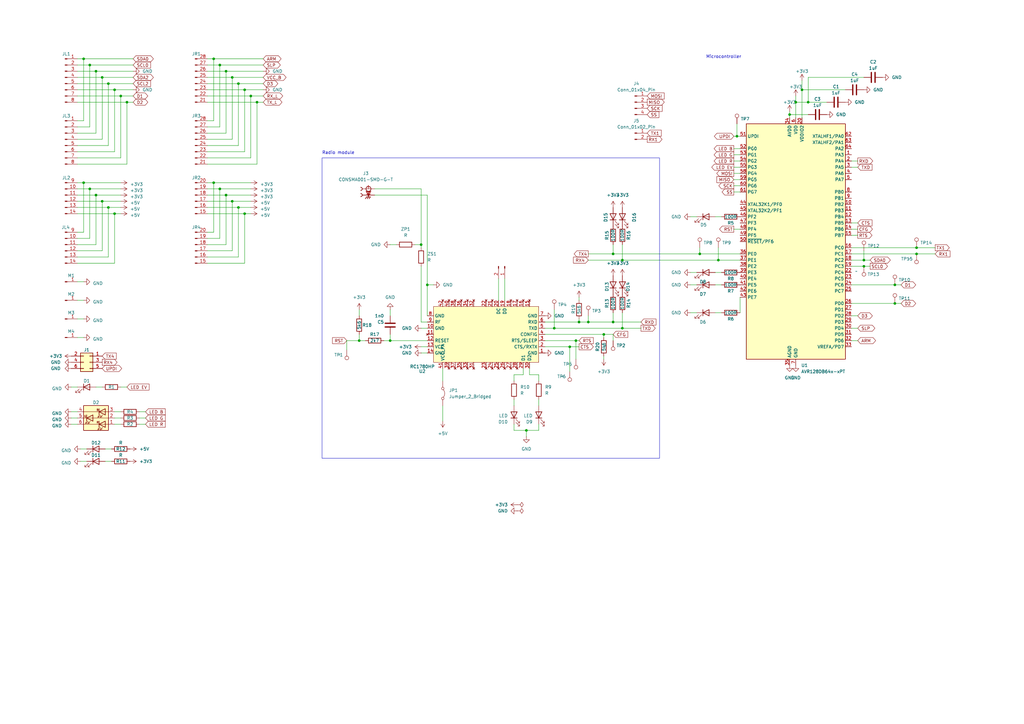
<source format=kicad_sch>
(kicad_sch (version 20231120) (generator "eeschema") (generator_version "8.0")
  (paper "A3")
  (junction (at 105.41 41.91))
  (junction (at 36.83 77.47))
  (junction (at 44.45 85.09))
  (junction (at 227.33 134.62))
  (junction (at 34.29 74.93))
  (junction (at 44.45 34.29))
  (junction (at 237.49 132.08))
  (junction (at 95.25 31.75))
  (junction (at 147.32 139.7))
  (junction (at 354.33 109.22))
  (junction (at 87.63 24.13))
  (junction (at 331.47 41.91))
  (junction (at 92.71 80.01))
  (junction (at 302.26 55.88))
  (junction (at 354.33 106.68))
  (junction (at 100.33 36.83))
  (junction (at 175.26 116.84))
  (junction (at 41.91 31.75))
  (junction (at 90.17 77.47))
  (junction (at 172.72 100.33))
  (junction (at 247.65 137.16))
  (junction (at 367.03 124.46))
  (junction (at 287.02 104.14))
  (junction (at 233.68 142.24))
  (junction (at 328.93 36.83))
  (junction (at 36.83 26.67))
  (junction (at 160.02 139.7))
  (junction (at 34.29 24.13))
  (junction (at 97.79 34.29))
  (junction (at 251.46 104.14))
  (junction (at 39.37 80.01))
  (junction (at 241.3 132.08))
  (junction (at 375.92 104.14))
  (junction (at 97.79 85.09))
  (junction (at 46.99 87.63))
  (junction (at 255.27 106.68))
  (junction (at 326.39 41.91))
  (junction (at 294.64 106.68))
  (junction (at 102.87 39.37))
  (junction (at 100.33 87.63))
  (junction (at 49.53 39.37))
  (junction (at 251.46 132.08))
  (junction (at 46.99 36.83))
  (junction (at 367.03 116.84))
  (junction (at 95.25 82.55))
  (junction (at 41.91 82.55))
  (junction (at 236.22 139.7))
  (junction (at 375.92 101.6))
  (junction (at 39.37 29.21))
  (junction (at 215.9 176.53))
  (junction (at 255.27 134.62))
  (junction (at 92.71 29.21))
  (junction (at 323.85 46.99))
  (junction (at 87.63 74.93))
  (junction (at 90.17 26.67))
  (junction (at 52.07 41.91))
  (wire (pts (xy 85.09 64.77) (xy 102.87 64.77)))
  (wire (pts (xy 160.02 100.33) (xy 162.56 100.33)))
  (wire (pts (xy 302.26 55.88) (xy 303.53 55.88)))
  (wire (pts (xy 31.75 64.77) (xy 49.53 64.77)))
  (wire (pts (xy 175.26 134.62) (xy 172.72 134.62)))
  (wire (pts (xy 177.8 116.84) (xy 175.26 116.84)))
  (wire (pts (xy 215.9 176.53) (xy 210.82 176.53)))
  (wire (pts (xy 31.75 52.07) (xy 36.83 52.07)))
  (wire (pts (xy 85.09 62.23) (xy 100.33 62.23)))
  (wire (pts (xy 283.21 128.27) (xy 285.75 128.27)))
  (wire (pts (xy 354.33 109.22) (xy 356.87 109.22)))
  (wire (pts (xy 328.93 36.83) (xy 346.71 36.83)))
  (wire (pts (xy 34.29 24.13) (xy 34.29 49.53)))
  (wire (pts (xy 349.25 106.68) (xy 354.33 106.68)))
  (wire (pts (xy 46.99 87.63) (xy 31.75 87.63)))
  (wire (pts (xy 300.99 93.98) (xy 303.53 93.98)))
  (wire (pts (xy 39.37 158.75) (xy 41.91 158.75)))
  (wire (pts (xy 90.17 52.07) (xy 90.17 26.67)))
  (wire (pts (xy 107.95 29.21) (xy 92.71 29.21)))
  (wire (pts (xy 31.75 67.31) (xy 52.07 67.31)))
  (wire (pts (xy 160.02 139.7) (xy 157.48 139.7)))
  (wire (pts (xy 328.93 36.83) (xy 328.93 48.26)))
  (wire (pts (xy 44.45 34.29) (xy 31.75 34.29)))
  (wire (pts (xy 87.63 74.93) (xy 85.09 74.93)))
  (wire (pts (xy 102.87 82.55) (xy 95.25 82.55)))
  (wire (pts (xy 31.75 95.25) (xy 34.29 95.25)))
  (wire (pts (xy 46.99 62.23) (xy 46.99 36.83)))
  (wire (pts (xy 349.25 93.98) (xy 351.79 93.98)))
  (wire (pts (xy 303.53 121.92) (xy 303.53 128.27)))
  (wire (pts (xy 175.26 142.24) (xy 172.72 142.24)))
  (wire (pts (xy 90.17 97.79) (xy 90.17 77.47)))
  (wire (pts (xy 300.99 73.66) (xy 303.53 73.66)))
  (wire (pts (xy 54.61 31.75) (xy 41.91 31.75)))
  (wire (pts (xy 326.39 41.91) (xy 326.39 48.26)))
  (wire (pts (xy 107.95 34.29) (xy 97.79 34.29)))
  (wire (pts (xy 102.87 39.37) (xy 85.09 39.37)))
  (wire (pts (xy 92.71 80.01) (xy 85.09 80.01)))
  (wire (pts (xy 31.75 59.69) (xy 44.45 59.69)))
  (wire (pts (xy 107.95 36.83) (xy 100.33 36.83)))
  (wire (pts (xy 223.52 134.62) (xy 227.33 134.62)))
  (wire (pts (xy 147.32 137.16) (xy 147.32 139.7)))
  (wire (pts (xy 41.91 57.15) (xy 41.91 31.75)))
  (wire (pts (xy 172.72 77.47) (xy 172.72 100.33)))
  (wire (pts (xy 153.67 80.01) (xy 175.26 80.01)))
  (wire (pts (xy 92.71 54.61) (xy 92.71 29.21)))
  (wire (pts (xy 102.87 80.01) (xy 92.71 80.01)))
  (wire (pts (xy 349.25 101.6) (xy 375.92 101.6)))
  (wire (pts (xy 36.83 52.07) (xy 36.83 26.67)))
  (wire (pts (xy 85.09 100.33) (xy 92.71 100.33)))
  (wire (pts (xy 293.37 88.9) (xy 295.91 88.9)))
  (wire (pts (xy 54.61 36.83) (xy 46.99 36.83)))
  (wire (pts (xy 300.99 68.58) (xy 303.53 68.58)))
  (wire (pts (xy 142.24 139.7) (xy 142.24 143.51)))
  (wire (pts (xy 220.98 153.67) (xy 217.17 153.67)))
  (wire (pts (xy 90.17 77.47) (xy 85.09 77.47)))
  (wire (pts (xy 237.49 139.7) (xy 236.22 139.7)))
  (wire (pts (xy 247.65 138.43) (xy 247.65 137.16)))
  (wire (pts (xy 181.61 166.4558) (xy 181.61 172.72)))
  (wire (pts (xy 251.46 137.16) (xy 251.46 139.7)))
  (wire (pts (xy 57.15 168.91) (xy 59.69 168.91)))
  (wire (pts (xy 49.53 158.75) (xy 52.07 158.75)))
  (wire (pts (xy 31.75 100.33) (xy 39.37 100.33)))
  (wire (pts (xy 41.91 102.87) (xy 41.91 82.55)))
  (wire (pts (xy 29.21 173.99) (xy 31.75 173.99)))
  (wire (pts (xy 294.64 101.6) (xy 294.64 106.68)))
  (wire (pts (xy 54.61 34.29) (xy 44.45 34.29)))
  (wire (pts (xy 105.41 67.31) (xy 105.41 41.91)))
  (wire (pts (xy 85.09 102.87) (xy 95.25 102.87)))
  (wire (pts (xy 46.99 168.91) (xy 49.53 168.91)))
  (wire (pts (xy 49.53 80.01) (xy 39.37 80.01)))
  (wire (pts (xy 233.68 142.24) (xy 223.52 142.24)))
  (wire (pts (xy 36.83 97.79) (xy 36.83 77.47)))
  (wire (pts (xy 204.47 123.19) (xy 204.47 114.3)))
  (wire (pts (xy 52.07 67.31) (xy 52.07 41.91)))
  (wire (pts (xy 31.75 105.41) (xy 44.45 105.41)))
  (wire (pts (xy 87.63 24.13) (xy 87.63 49.53)))
  (wire (pts (xy 107.95 39.37) (xy 102.87 39.37)))
  (wire (pts (xy 36.83 77.47) (xy 31.75 77.47)))
  (wire (pts (xy 57.15 171.45) (xy 59.69 171.45)))
  (wire (pts (xy 251.46 132.08) (xy 241.3 132.08)))
  (wire (pts (xy 237.49 132.08) (xy 223.52 132.08)))
  (wire (pts (xy 283.21 88.9) (xy 285.75 88.9)))
  (wire (pts (xy 293.37 116.84) (xy 295.91 116.84)))
  (wire (pts (xy 95.25 102.87) (xy 95.25 82.55)))
  (wire (pts (xy 172.72 109.22) (xy 172.72 132.08)))
  (wire (pts (xy 44.45 105.41) (xy 44.45 85.09)))
  (wire (pts (xy 49.53 64.77) (xy 49.53 39.37)))
  (wire (pts (xy 237.49 121.92) (xy 237.49 123.19)))
  (wire (pts (xy 44.45 85.09) (xy 31.75 85.09)))
  (wire (pts (xy 97.79 85.09) (xy 85.09 85.09)))
  (wire (pts (xy 175.26 116.84) (xy 175.26 80.01)))
  (wire (pts (xy 349.25 134.62) (xy 351.79 134.62)))
  (wire (pts (xy 233.68 142.24) (xy 233.68 152.4)))
  (wire (pts (xy 293.37 128.27) (xy 295.91 128.27)))
  (wire (pts (xy 49.53 85.09) (xy 44.45 85.09)))
  (wire (pts (xy 149.86 139.7) (xy 147.32 139.7)))
  (wire (pts (xy 302.26 50.8) (xy 302.26 55.88)))
  (wire (pts (xy 349.25 139.7) (xy 351.79 139.7)))
  (wire (pts (xy 85.09 67.31) (xy 105.41 67.31)))
  (wire (pts (xy 349.25 116.84) (xy 367.03 116.84)))
  (wire (pts (xy 31.75 97.79) (xy 36.83 97.79)))
  (wire (pts (xy 227.33 127) (xy 227.33 134.62)))
  (wire (pts (xy 181.61 151.13) (xy 181.61 156.2958)))
  (wire (pts (xy 54.61 29.21) (xy 39.37 29.21)))
  (wire (pts (xy 223.52 137.16) (xy 247.65 137.16)))
  (wire (pts (xy 367.03 116.84) (xy 369.57 116.84)))
  (wire (pts (xy 349.25 91.44) (xy 351.79 91.44)))
  (wire (pts (xy 31.75 54.61) (xy 39.37 54.61)))
  (wire (pts (xy 107.95 24.13) (xy 87.63 24.13)))
  (wire (pts (xy 300.99 66.04) (xy 303.53 66.04)))
  (wire (pts (xy 367.03 124.46) (xy 369.57 124.46)))
  (wire (pts (xy 46.99 107.95) (xy 46.99 87.63)))
  (wire (pts (xy 349.25 129.54) (xy 351.79 129.54)))
  (wire (pts (xy 300.99 71.12) (xy 303.53 71.12)))
  (wire (pts (xy 241.3 104.14) (xy 251.46 104.14)))
  (wire (pts (xy 95.25 31.75) (xy 85.09 31.75)))
  (wire (pts (xy 287.02 104.14) (xy 303.53 104.14)))
  (wire (pts (xy 354.33 106.68) (xy 356.87 106.68)))
  (wire (pts (xy 43.18 184.15) (xy 45.72 184.15)))
  (wire (pts (xy 237.49 142.24) (xy 233.68 142.24)))
  (wire (pts (xy 328.93 33.02) (xy 328.93 36.83)))
  (wire (pts (xy 46.99 171.45) (xy 49.53 171.45)))
  (wire (pts (xy 85.09 105.41) (xy 97.79 105.41)))
  (wire (pts (xy 237.49 130.81) (xy 237.49 132.08)))
  (wire (pts (xy 100.33 87.63) (xy 85.09 87.63)))
  (wire (pts (xy 102.87 87.63) (xy 100.33 87.63)))
  (wire (pts (xy 300.99 76.2) (xy 303.53 76.2)))
  (wire (pts (xy 220.98 166.37) (xy 220.98 163.83)))
  (wire (pts (xy 44.45 59.69) (xy 44.45 34.29)))
  (wire (pts (xy 349.25 124.46) (xy 367.03 124.46)))
  (wire (pts (xy 97.79 34.29) (xy 85.09 34.29)))
  (wire (pts (xy 29.21 158.75) (xy 31.75 158.75)))
  (wire (pts (xy 49.53 39.37) (xy 31.75 39.37)))
  (wire (pts (xy 54.61 39.37) (xy 49.53 39.37)))
  (wire (pts (xy 31.75 138.43) (xy 34.29 138.43)))
  (wire (pts (xy 349.25 68.58) (xy 351.79 68.58)))
  (wire (pts (xy 217.17 153.67) (xy 217.17 151.13)))
  (wire (pts (xy 52.07 41.91) (xy 31.75 41.91)))
  (wire (pts (xy 283.21 111.76) (xy 285.75 111.76)))
  (wire (pts (xy 349.25 66.04) (xy 351.79 66.04)))
  (wire (pts (xy 160.02 137.16) (xy 160.02 139.7)))
  (wire (pts (xy 175.26 132.08) (xy 172.72 132.08)))
  (wire (pts (xy 54.61 26.67) (xy 36.83 26.67)))
  (wire (pts (xy 33.02 189.23) (xy 35.56 189.23)))
  (wire (pts (xy 31.75 57.15) (xy 41.91 57.15)))
  (wire (pts (xy 251.46 104.14) (xy 287.02 104.14)))
  (wire (pts (xy 95.25 82.55) (xy 85.09 82.55)))
  (wire (pts (xy 349.25 109.22) (xy 354.33 109.22)))
  (wire (pts (xy 87.63 24.13) (xy 85.09 24.13)))
  (wire (pts (xy 349.25 96.52) (xy 351.79 96.52)))
  (wire (pts (xy 57.15 173.99) (xy 59.69 173.99)))
  (wire (pts (xy 43.18 189.23) (xy 45.72 189.23)))
  (wire (pts (xy 41.91 82.55) (xy 31.75 82.55)))
  (wire (pts (xy 31.75 115.57) (xy 34.29 115.57)))
  (wire (pts (xy 107.95 26.67) (xy 90.17 26.67)))
  (wire (pts (xy 31.75 102.87) (xy 41.91 102.87)))
  (wire (pts (xy 100.33 62.23) (xy 100.33 36.83)))
  (wire (pts (xy 255.27 106.68) (xy 294.64 106.68)))
  (wire (pts (xy 375.92 104.14) (xy 383.54 104.14)))
  (wire (pts (xy 92.71 100.33) (xy 92.71 80.01)))
  (wire (pts (xy 54.61 24.13) (xy 34.29 24.13)))
  (wire (pts (xy 220.98 156.21) (xy 220.98 153.67)))
  (wire (pts (xy 102.87 77.47) (xy 90.17 77.47)))
  (wire (pts (xy 255.27 100.33) (xy 255.27 106.68)))
  (wire (pts (xy 300.99 63.5) (xy 303.53 63.5)))
  (wire (pts (xy 220.98 176.53) (xy 215.9 176.53)))
  (wire (pts (xy 210.82 173.99) (xy 210.82 176.53)))
  (wire (pts (xy 49.53 87.63) (xy 46.99 87.63)))
  (wire (pts (xy 175.26 144.78) (xy 172.72 144.78)))
  (wire (pts (xy 39.37 100.33) (xy 39.37 80.01)))
  (wire (pts (xy 85.09 59.69) (xy 97.79 59.69)))
  (wire (pts (xy 331.47 46.99) (xy 323.85 46.99)))
  (wire (pts (xy 31.75 107.95) (xy 46.99 107.95)))
  (wire (pts (xy 255.27 134.62) (xy 262.89 134.62)))
  (wire (pts (xy 85.09 107.95) (xy 100.33 107.95)))
  (wire (pts (xy 227.33 134.62) (xy 255.27 134.62)))
  (wire (pts (xy 49.53 82.55) (xy 41.91 82.55)))
  (wire (pts (xy 220.98 173.99) (xy 220.98 176.53)))
  (wire (pts (xy 33.02 184.15) (xy 35.56 184.15)))
  (wire (pts (xy 300.99 60.96) (xy 303.53 60.96)))
  (wire (pts (xy 105.41 41.91) (xy 85.09 41.91)))
  (wire (pts (xy 175.26 139.7) (xy 160.02 139.7)))
  (wire (pts (xy 97.79 59.69) (xy 97.79 34.29)))
  (wire (pts (xy 210.82 156.21) (xy 210.82 153.67)))
  (wire (pts (xy 85.09 54.61) (xy 92.71 54.61)))
  (wire (pts (xy 236.22 139.7) (xy 223.52 139.7)))
  (wire (pts (xy 147.32 139.7) (xy 142.24 139.7)))
  (wire (pts (xy 354.33 31.75) (xy 331.47 31.75)))
  (wire (pts (xy 49.53 74.93) (xy 34.29 74.93)))
  (wire (pts (xy 29.21 171.45) (xy 31.75 171.45)))
  (wire (pts (xy 175.26 129.54) (xy 175.26 116.84)))
  (wire (pts (xy 92.71 29.21) (xy 85.09 29.21)))
  (wire (pts (xy 294.64 106.68) (xy 303.53 106.68)))
  (wire (pts (xy 153.67 77.47) (xy 172.72 77.47)))
  (wire (pts (xy 251.46 128.27) (xy 251.46 132.08)))
  (wire (pts (xy 95.25 57.15) (xy 95.25 31.75)))
  (wire (pts (xy 31.75 130.81) (xy 34.29 130.81)))
  (wire (pts (xy 247.65 146.05) (xy 247.65 147.32)))
  (wire (pts (xy 31.75 62.23) (xy 46.99 62.23)))
  (wire (pts (xy 251.46 137.16) (xy 247.65 137.16)))
  (wire (pts (xy 46.99 173.99) (xy 49.53 173.99)))
  (wire (pts (xy 262.89 132.08) (xy 251.46 132.08)))
  (wire (pts (xy 323.85 45.72) (xy 323.85 46.99)))
  (wire (pts (xy 100.33 36.83) (xy 85.09 36.83)))
  (wire (pts (xy 31.75 123.19) (xy 34.29 123.19)))
  (wire (pts (xy 255.27 128.27) (xy 255.27 134.62)))
  (wire (pts (xy 49.53 77.47) (xy 36.83 77.47)))
  (wire (pts (xy 207.01 123.19) (xy 207.01 114.3)))
  (wire (pts (xy 215.9 179.07) (xy 215.9 176.53)))
  (wire (pts (xy 39.37 54.61) (xy 39.37 29.21)))
  (wire (pts (xy 241.3 132.08) (xy 237.49 132.08)))
  (wire (pts (xy 85.09 95.25) (xy 87.63 95.25)))
  (wire (pts (xy 147.32 127) (xy 147.32 129.54)))
  (wire (pts (xy 349.25 104.14) (xy 375.92 104.14)))
  (wire (pts (xy 251.46 100.33) (xy 251.46 104.14)))
  (wire (pts (xy 326.39 41.91) (xy 331.47 41.91)))
  (wire (pts (xy 236.22 139.7) (xy 236.22 147.32)))
  (wire (pts (xy 241.3 129.54) (xy 241.3 132.08)))
  (wire (pts (xy 85.09 52.07) (xy 90.17 52.07)))
  (wire (pts (xy 323.85 46.99) (xy 323.85 48.26)))
  (wire (pts (xy 36.83 26.67) (xy 31.75 26.67)))
  (wire (pts (xy 90.17 26.67) (xy 85.09 26.67)))
  (wire (pts (xy 97.79 105.41) (xy 97.79 85.09)))
  (wire (pts (xy 331.47 31.75) (xy 331.47 41.91)))
  (wire (pts (xy 326.39 39.37) (xy 326.39 41.91)))
  (wire (pts (xy 41.91 31.75) (xy 31.75 31.75)))
  (wire (pts (xy 241.3 106.68) (xy 255.27 106.68)))
  (wire (pts (xy 46.99 36.83) (xy 31.75 36.83)))
  (wire (pts (xy 375.92 101.6) (xy 383.54 101.6)))
  (wire (pts (xy 210.82 166.37) (xy 210.82 163.83)))
  (wire (pts (xy 107.95 31.75) (xy 95.25 31.75)))
  (wire (pts (xy 107.95 41.91) (xy 105.41 41.91)))
  (wire (pts (xy 283.21 116.84) (xy 285.75 116.84)))
  (wire (pts (xy 29.21 168.91) (xy 31.75 168.91)))
  (wire (pts (xy 287.02 101.6) (xy 287.02 104.14)))
  (wire (pts (xy 354.33 102.87) (xy 354.33 106.68)))
  (wire (pts (xy 85.09 97.79) (xy 90.17 97.79)))
  (wire (pts (xy 300.99 55.88) (xy 302.26 55.88)))
  (wire (pts (xy 34.29 74.93) (xy 31.75 74.93)))
  (wire (pts (xy 85.09 49.53) (xy 87.63 49.53)))
  (wire (pts (xy 102.87 85.09) (xy 97.79 85.09)))
  (wire (pts (xy 331.47 41.91) (xy 339.09 41.91)))
  (wire (pts (xy 54.61 41.91) (xy 52.07 41.91)))
  (wire (pts (xy 87.63 95.25) (xy 87.63 74.93)))
  (wire (pts (xy 293.37 111.76) (xy 295.91 111.76)))
  (wire (pts (xy 31.75 49.53) (xy 34.29 49.53)))
  (wire (pts (xy 214.63 153.67) (xy 210.82 153.67)))
  (wire (pts (xy 100.33 107.95) (xy 100.33 87.63)))
  (wire (pts (xy 34.29 24.13) (xy 31.75 24.13)))
  (wire (pts (xy 172.72 100.33) (xy 172.72 101.6)))
  (wire (pts (xy 170.18 100.33) (xy 172.72 100.33)))
  (wire (pts (xy 39.37 80.01) (xy 31.75 80.01)))
  (wire (pts (xy 102.87 74.93) (xy 87.63 74.93)))
  (wire (pts (xy 300.99 78.74) (xy 303.53 78.74)))
  (wire (pts (xy 85.09 57.15) (xy 95.25 57.15)))
  (wire (pts (xy 102.87 64.77) (xy 102.87 39.37)))
  (wire (pts (xy 34.29 74.93) (xy 34.29 95.25)))
  (wire (pts (xy 39.37 29.21) (xy 31.75 29.21)))
  (wire (pts (xy 160.02 127) (xy 160.02 129.54)))
  (wire (pts (xy 214.63 151.13) (xy 214.63 153.67)))
  (rectangle (start 132.08 64.77) (end 270.51 187.96))
  (text "Microcontroller" (at 289.56 24.13 0) (effects (font (size 1.27 1.27)) (justify left bottom)))
  (text "Radio module" (at 132.08 63.5 0) (effects (font (size 1.27 1.27)) (justify left bottom)))
  (global_label "TXD" (shape input) (at 351.79 68.58 0) (property "Intersheetrefs" "${INTERSHEET_REFS}" (effects (hide yes))))
  (global_label "MISO" (shape output) (at 265.43 41.91 0) (property "Intersheetrefs" "${INTERSHEET_REFS}" (effects (hide yes))))
  (global_label "UPDI" (shape bidirectional) (at 300.99 55.88 180) (property "Intersheetrefs" "${INTERSHEET_REFS}" (effects (hide yes))))
  (global_label "RX_L" (shape bidirectional) (at 107.95 39.37 0) (property "Intersheetrefs" "${INTERSHEET_REFS}" (effects (hide yes))))
  (global_label "MOSI" (shape input) (at 265.43 39.37 0) (property "Intersheetrefs" "${INTERSHEET_REFS}" (effects (hide yes))))
  (global_label "LED EV" (shape output) (at 300.99 68.58 180) (property "Intersheetrefs" "${INTERSHEET_REFS}" (effects (hide yes))))
  (global_label "LED G" (shape input) (at 59.69 171.45 0) (property "Intersheetrefs" "${INTERSHEET_REFS}" (effects (hide yes))))
  (global_label "RST" (shape output) (at 300.99 93.98 180) (property "Intersheetrefs" "${INTERSHEET_REFS}" (effects (hide yes))))
  (global_label "LED EV" (shape input) (at 52.07 158.75 0) (property "Intersheetrefs" "${INTERSHEET_REFS}" (effects (hide yes))))
  (global_label "RX4" (shape output) (at 41.91 148.59 0) (property "Intersheetrefs" "${INTERSHEET_REFS}" (effects (hide yes))))
  (global_label "SDA2" (shape bidirectional) (at 54.61 31.75 0) (property "Intersheetrefs" "${INTERSHEET_REFS}" (effects (hide yes))))
  (global_label "LED G" (shape output) (at 300.99 63.5 180) (property "Intersheetrefs" "${INTERSHEET_REFS}" (effects (hide yes))))
  (global_label "TXD" (shape output) (at 262.89 134.62 0) (property "Intersheetrefs" "${INTERSHEET_REFS}" (effects (hide yes))))
  (global_label "RXD" (shape output) (at 351.79 66.04 0) (property "Intersheetrefs" "${INTERSHEET_REFS}" (effects (hide yes))))
  (global_label "SCL0" (shape input) (at 54.61 26.67 0) (property "Intersheetrefs" "${INTERSHEET_REFS}" (effects (hide yes))))
  (global_label "D1" (shape bidirectional) (at 54.61 39.37 0) (property "Intersheetrefs" "${INTERSHEET_REFS}" (effects (hide yes))))
  (global_label "SCL0" (shape output) (at 356.87 109.22 0) (property "Intersheetrefs" "${INTERSHEET_REFS}" (effects (hide yes))))
  (global_label "D3" (shape bidirectional) (at 107.95 34.29 0) (property "Intersheetrefs" "${INTERSHEET_REFS}" (effects (hide yes))))
  (global_label "CFG" (shape output) (at 351.79 93.98 0) (property "Intersheetrefs" "${INTERSHEET_REFS}" (effects (hide yes))))
  (global_label "MISO" (shape input) (at 300.99 73.66 180) (property "Intersheetrefs" "${INTERSHEET_REFS}" (effects (hide yes))))
  (global_label "RTS" (shape output) (at 351.79 96.52 0) (property "Intersheetrefs" "${INTERSHEET_REFS}" (effects (hide yes))))
  (global_label "SDA0" (shape bidirectional) (at 54.61 24.13 0) (property "Intersheetrefs" "${INTERSHEET_REFS}" (effects (hide yes))))
  (global_label "TX4" (shape output) (at 241.3 104.14 180) (property "Intersheetrefs" "${INTERSHEET_REFS}" (effects (hide yes))))
  (global_label "TX1" (shape output) (at 383.54 101.6 0) (property "Intersheetrefs" "${INTERSHEET_REFS}" (effects (hide yes))))
  (global_label "RST" (shape input) (at 142.24 139.7 180) (property "Intersheetrefs" "${INTERSHEET_REFS}" (effects (hide yes))))
  (global_label "RX1" (shape input) (at 383.54 104.14 0) (property "Intersheetrefs" "${INTERSHEET_REFS}" (effects (hide yes))))
  (global_label "SLP" (shape bidirectional) (at 107.95 26.67 0) (property "Intersheetrefs" "${INTERSHEET_REFS}" (effects (hide yes))))
  (global_label "ARM" (shape bidirectional) (at 107.95 24.13 0) (property "Intersheetrefs" "${INTERSHEET_REFS}" (effects (hide yes))))
  (global_label "SCL2" (shape input) (at 54.61 34.29 0) (property "Intersheetrefs" "${INTERSHEET_REFS}" (effects (hide yes))))
  (global_label "SDA0" (shape bidirectional) (at 356.87 106.68 0) (property "Intersheetrefs" "${INTERSHEET_REFS}" (effects (hide yes))))
  (global_label "CFG" (shape input) (at 251.46 137.16 0) (property "Intersheetrefs" "${INTERSHEET_REFS}" (effects (hide yes))))
  (global_label "SS" (shape input) (at 265.43 46.99 0) (property "Intersheetrefs" "${INTERSHEET_REFS}" (effects (hide yes))))
  (global_label "D1" (shape bidirectional) (at 369.57 116.84 0) (property "Intersheetrefs" "${INTERSHEET_REFS}" (effects (hide yes))))
  (global_label "RXD" (shape input) (at 262.89 132.08 0) (property "Intersheetrefs" "${INTERSHEET_REFS}" (effects (hide yes))))
  (global_label "ARM" (shape bidirectional) (at 351.79 139.7 0) (property "Intersheetrefs" "${INTERSHEET_REFS}" (effects (hide yes))))
  (global_label "VCC_B" (shape bidirectional) (at 107.95 31.75 0) (property "Intersheetrefs" "${INTERSHEET_REFS}" (effects (hide yes))))
  (global_label "RX1" (shape output) (at 265.43 57.15 0) (property "Intersheetrefs" "${INTERSHEET_REFS}" (effects (hide yes))))
  (global_label "D3" (shape bidirectional) (at 351.79 129.54 0) (property "Intersheetrefs" "${INTERSHEET_REFS}" (effects (hide yes))))
  (global_label "D2" (shape bidirectional) (at 54.61 41.91 0) (property "Intersheetrefs" "${INTERSHEET_REFS}" (effects (hide yes))))
  (global_label "SLP" (shape bidirectional) (at 351.79 134.62 0) (property "Intersheetrefs" "${INTERSHEET_REFS}" (effects (hide yes))))
  (global_label "SCK" (shape output) (at 300.99 76.2 180) (property "Intersheetrefs" "${INTERSHEET_REFS}" (effects (hide yes))))
  (global_label "CTS" (shape output) (at 237.49 142.24 0) (property "Intersheetrefs" "${INTERSHEET_REFS}" (effects (hide yes))))
  (global_label "LED R" (shape input) (at 59.69 173.99 0) (property "Intersheetrefs" "${INTERSHEET_REFS}" (effects (hide yes))))
  (global_label "TX1" (shape input) (at 265.43 54.61 0) (property "Intersheetrefs" "${INTERSHEET_REFS}" (effects (hide yes))))
  (global_label "LED R" (shape output) (at 300.99 66.04 180) (property "Intersheetrefs" "${INTERSHEET_REFS}" (effects (hide yes))))
  (global_label "RX4" (shape input) (at 241.3 106.68 180) (property "Intersheetrefs" "${INTERSHEET_REFS}" (effects (hide yes))))
  (global_label "MOSI" (shape output) (at 300.99 71.12 180) (property "Intersheetrefs" "${INTERSHEET_REFS}" (effects (hide yes))))
  (global_label "LED B" (shape output) (at 300.99 60.96 180) (property "Intersheetrefs" "${INTERSHEET_REFS}" (effects (hide yes))))
  (global_label "SCK" (shape input) (at 265.43 44.45 0) (property "Intersheetrefs" "${INTERSHEET_REFS}" (effects (hide yes))))
  (global_label "TX4" (shape input) (at 41.91 146.05 0) (property "Intersheetrefs" "${INTERSHEET_REFS}" (effects (hide yes))))
  (global_label "CTS" (shape input) (at 351.79 91.44 0) (property "Intersheetrefs" "${INTERSHEET_REFS}" (effects (hide yes))))
  (global_label "D2" (shape bidirectional) (at 369.57 124.46 0) (property "Intersheetrefs" "${INTERSHEET_REFS}" (effects (hide yes))))
  (global_label "SS" (shape output) (at 300.99 78.74 180) (property "Intersheetrefs" "${INTERSHEET_REFS}" (effects (hide yes))))
  (global_label "UPDI" (shape bidirectional) (at 41.91 151.13 0) (property "Intersheetrefs" "${INTERSHEET_REFS}" (effects (hide yes))))
  (global_label "LED B" (shape input) (at 59.69 168.91 0) (property "Intersheetrefs" "${INTERSHEET_REFS}" (effects (hide yes))))
  (global_label "RTS" (shape input) (at 237.49 139.7 0) (property "Intersheetrefs" "${INTERSHEET_REFS}" (effects (hide yes))))
  (global_label "TX_L" (shape bidirectional) (at 107.95 41.91 0) (property "Intersheetrefs" "${INTERSHEET_REFS}" (effects (hide yes))))
  (symbol (lib_id "power:+3V3") (at 49.53 77.47 270) (unit 1)
    (property "Reference" "#PWR027" (effects (hide yes)))
    (property "Value" "+3V3" (at 53.34 78.105 90) (effects (justify left)))
  )
  (symbol (lib_id "Device:LED") (at 255.27 88.9 90) (unit 1)
    (property "Reference" "D16" (at 260.096 89.154 0))
    (property "Value" "LED" (effects (hide yes)))
    (property "Footprint" "LED_SMD:LED_0805_2012Metric_Pad1.15x1.40mm_HandSolder" (effects (hide yes)))
  )
  (symbol (lib_id "LED:CLS6B-FKW") (at 39.37 171.45 180) (unit 1)
    (property "Reference" "D2" (at 39.37 165.1 0))
    (property "Value" "CLS6B-FKW" (effects (hide yes)))
    (property "Footprint" "LED_SMD:LED_RGB_Cree-PLCC-6_6x5mm_P2.1mm" (effects (hide yes)))
    (property "Datasheet" "https://www.cree.com/led-components/media/documents/CLS6B-FKW.pdf" (effects (hide yes)))
  )
  (symbol (lib_id "Device:R") (at 299.72 128.27 90) (unit 1)
    (property "Reference" "R6" (at 299.72 130.81 90))
    (property "Value" "100R" (at 299.72 128.27 90))
    (property "Footprint" "Resistor_SMD:R_0805_2012Metric_Pad1.20x1.40mm_HandSolder" (effects (hide yes)))
  )
  (symbol (lib_id "Connector:Conn_01x01_Pin") (at 26.67 115.57 0) (unit 1)
    (property "Reference" "M1" (at 29.21 113.03 0))
    (property "Value" "Conn_01x01_Pin" (effects (hide yes)))
    (property "Footprint" "Footprints:m4hole" (effects (hide yes)))
  )
  (symbol (lib_id "power:GND") (at 29.21 151.13 270) (unit 1)
    (property "Reference" "#PWR020" (effects (hide yes)))
    (property "Value" "GND" (at 22.86 151.13 90))
  )
  (symbol (lib_id "Device:LED") (at 210.82 170.18 90) (unit 1)
    (property "Reference" "D10" (at 208.28 173.0376 90) (effects (justify left)))
    (property "Value" "LED" (at 208.28 170.4976 90) (effects (justify left)))
    (property "Footprint" "LED_SMD:LED_0805_2012Metric_Pad1.15x1.40mm_HandSolder" (effects (hide yes)))
    (property "Description" "Light emitting diode" (effects (hide yes)))
  )
  (symbol (lib_id "power:+3V3") (at 326.39 39.37 0) (unit 1)
    (property "Reference" "#PWR041" (effects (hide yes)))
    (property "Value" "+3V3" (at 326.39 35.56 0))
  )
  (symbol (lib_id "Connector:TestPoint") (at 354.33 102.87 0) (unit 1)
    (property "Reference" "TP12" (at 355.854 100.838 0) (effects (justify left)))
    (property "Value" "~" (at 356.87 100.8379 0) (effects (justify left)))
    (property "Footprint" "Footprints:TestPoint" (effects (hide yes)))
    (property "Description" "test point" (effects (hide yes)))
  )
  (symbol (lib_id "power:+3V3") (at 102.87 74.93 270) (unit 1)
    (property "Reference" "#PWR029" (effects (hide yes)))
    (property "Value" "+3V3" (at 106.68 75.565 90) (effects (justify left)))
  )
  (symbol (lib_id "power:+5V") (at 181.61 172.72 180) (unit 1)
    (property "Reference" "#PWR069" (effects (hide yes)))
    (property "Value" "+5V" (at 181.61 177.8 0))
  )
  (symbol (lib_id "power:GND") (at 34.29 115.57 90) (unit 1)
    (property "Reference" "#PWR015" (effects (hide yes)))
    (property "Value" "GND" (at 38.1 116.205 90) (effects (justify right)))
  )
  (symbol (lib_id "Device:R") (at 49.53 189.23 270) (unit 1)
    (property "Reference" "R11" (at 49.53 189.23 90))
    (property "Value" "R" (at 49.53 186.69 90))
    (property "Footprint" "Resistor_SMD:R_0805_2012Metric_Pad1.20x1.40mm_HandSolder" (effects (hide yes)))
  )
  (symbol (lib_id "Device:LED") (at 289.56 111.76 0) (unit 1)
    (property "Reference" "D8" (at 288.29 115.57 0))
    (property "Value" "LED" (effects (hide yes)))
    (property "Footprint" "LED_SMD:LED_0805_2012Metric_Pad1.15x1.40mm_HandSolder" (effects (hide yes)))
  )
  (symbol (lib_id "power:+3V3") (at 255.27 85.09 0) (unit 1)
    (property "Reference" "#PWR02" (effects (hide yes)))
    (property "Value" "+3V3" (at 255.27 80.01 0))
  )
  (symbol (lib_id "Connector:Conn_01x06_Pin") (at 80.01 100.33 0) (unit 1)
    (property "Reference" "JR4" (at 80.518 93.218 0))
    (property "Value" "Conn_01x06_Pin" (effects (hide yes)))
    (property "Footprint" "Connector_PinSocket_2.54mm:PinSocket_1x06_P2.54mm_Vertical" (effects (hide yes)))
    (property "Description" "Generic connector, single row, 01x06, script generated" (effects (hide yes)))
  )
  (symbol (lib_id "power:GND") (at 29.21 173.99 270) (unit 1)
    (property "Reference" "#PWR023" (effects (hide yes)))
    (property "Value" "GND" (at 25.4 174.625 90) (effects (justify right)))
  )
  (symbol (lib_id "power:+3V3") (at 172.72 142.24 90) (unit 1)
    (property "Reference" "#PWR068" (effects (hide yes)))
    (property "Value" "+3V3" (at 168.91 142.2399 90) (effects (justify left)))
  )
  (symbol (lib_id "power:GND") (at 212.09 209.55 270) (unit 1)
    (property "Reference" "#PWR064" (effects (hide yes)))
    (property "Value" "GND" (at 208.28 209.55 90) (effects (justify right)))
  )
  (symbol (lib_id "power:GND") (at 346.71 41.91 90) (unit 1)
    (property "Reference" "#PWR044" (effects (hide yes)))
    (property "Value" "GND" (at 350.52 41.9099 90) (effects (justify right)))
  )
  (symbol (lib_id "power:+3V3") (at 251.46 85.09 0) (unit 1)
    (property "Reference" "#PWR03" (effects (hide yes)))
    (property "Value" "+3V3" (at 251.46 80.01 0))
  )
  (symbol (lib_id "Device:LED") (at 289.56 88.9 0) (unit 1)
    (property "Reference" "D5" (at 288.544 92.202 0))
    (property "Value" "LED" (effects (hide yes)))
    (property "Footprint" "LED_SMD:LED_0805_2012Metric_Pad1.15x1.40mm_HandSolder" (effects (hide yes)))
  )
  (symbol (lib_id "power:+3V3") (at 102.87 77.47 270) (unit 1)
    (property "Reference" "#PWR030" (effects (hide yes)))
    (property "Value" "+3V3" (at 106.68 78.105 90) (effects (justify left)))
  )
  (symbol (lib_id "power:GND") (at 339.09 46.99 90) (unit 1)
    (property "Reference" "#PWR043" (effects (hide yes)))
    (property "Value" "GND" (at 342.9 46.9899 90) (effects (justify right)))
  )
  (symbol (lib_id "power:GND") (at 283.21 128.27 270) (unit 1)
    (property "Reference" "#PWR040" (effects (hide yes)))
    (property "Value" "GND" (at 279.4 128.27 90) (effects (justify right)))
  )
  (symbol (lib_id "power:+5V") (at 102.87 82.55 270) (unit 1)
    (property "Reference" "#PWR033" (effects (hide yes)))
    (property "Value" "+5V" (at 106.68 83.185 90) (effects (justify left)))
  )
  (symbol (lib_id "Device:R") (at 247.65 142.24 180) (unit 1)
    (property "Reference" "R20" (at 245.11 142.24 90))
    (property "Value" "5k6" (at 247.65 142.24 90))
    (property "Footprint" "Resistor_SMD:R_0805_2012Metric_Pad1.20x1.40mm_HandSolder" (effects (hide yes)))
  )
  (symbol (lib_id "Device:LED") (at 289.56 116.84 0) (unit 1)
    (property "Reference" "D7" (at 288.29 120.65 0))
    (property "Value" "LED" (effects (hide yes)))
    (property "Footprint" "LED_SMD:LED_0805_2012Metric_Pad1.15x1.40mm_HandSolder" (effects (hide yes)))
  )
  (symbol (lib_id "power:+3V3") (at 251.46 113.03 0) (unit 1)
    (property "Reference" "#PWR07" (effects (hide yes)))
    (property "Value" "+3V3" (at 251.46 107.95 0))
  )
  (symbol (lib_id "Device:R") (at 255.27 96.52 180) (unit 1)
    (property "Reference" "R16" (at 257.81 96.52 90))
    (property "Value" "100R" (at 255.27 96.52 90))
    (property "Footprint" "Resistor_SMD:R_0805_2012Metric_Pad1.20x1.40mm_HandSolder" (effects (hide yes)))
  )
  (symbol (lib_name "Conn_01x08_Pin_1") (lib_id "Connector:Conn_01x08_Pin") (at 80.01 31.75 0) (unit 1)
    (property "Reference" "JR1" (at 80.518 22.098 0))
    (property "Value" "Conn_01x08_Pin" (effects (hide yes)))
    (property "Footprint" "Connector_PinSocket_2.54mm:PinSocket_1x08_P2.54mm_Vertical" (effects (hide yes)))
    (property "Description" "Generic connector, single row, 01x08, script generated" (effects (hide yes)))
  )
  (symbol (lib_id "power:GND") (at 326.39 149.86 0) (unit 1)
    (property "Reference" "#PWR09" (effects (hide yes)))
    (property "Value" "GND" (at 326.39 154.94 0))
  )
  (symbol (lib_id "Device:C") (at 342.9 41.91 90) (unit 1)
    (property "Reference" "C1" (at 342.9 35.56 90))
    (property "Value" "1uF" (at 342.9 38.1 90))
    (property "Footprint" "Capacitor_SMD:C_0805_2012Metric_Pad1.18x1.45mm_HandSolder" (effects (hide yes)))
  )
  (symbol (lib_id "power:GND") (at 354.33 36.83 90) (unit 1)
    (property "Reference" "#PWR045" (effects (hide yes)))
    (property "Value" "GND" (at 358.14 36.8299 90) (effects (justify right)))
  )
  (symbol (lib_id "Device:LED") (at 255.27 116.84 90) (unit 1)
    (property "Reference" "D14" (at 257.556 117.602 0))
    (property "Value" "LED" (effects (hide yes)))
    (property "Footprint" "LED_SMD:LED_0805_2012Metric_Pad1.15x1.40mm_HandSolder" (effects (hide yes)))
  )
  (symbol (lib_id "power:GND") (at 33.02 189.23 270) (unit 1)
    (property "Reference" "#PWR04" (effects (hide yes)))
    (property "Value" "GND" (at 29.21 189.865 90) (effects (justify right)))
  )
  (symbol (lib_id "Device:R") (at 147.32 133.35 0) (unit 1)
    (property "Reference" "R18" (at 148.59 133.35 0) (effects (justify left)))
    (property "Value" "5k6" (at 147.32 133.35 90))
    (property "Footprint" "Resistor_SMD:R_0805_2012Metric_Pad1.20x1.40mm_HandSolder" (effects (hide yes)))
  )
  (symbol (lib_id "power:+3V3") (at 53.34 189.23 270) (unit 1)
    (property "Reference" "#PWR052" (effects (hide yes)))
    (property "Value" "+3V3" (at 57.15 189.2299 90) (effects (justify left)))
  )
  (symbol (lib_id "Device:LED") (at 39.37 189.23 0) (unit 1)
    (property "Reference" "D11" (at 39.37 186.69 0))
    (property "Value" "LED" (effects (hide yes)))
    (property "Footprint" "LED_SMD:LED_0805_2012Metric_Pad1.15x1.40mm_HandSolder" (effects (hide yes)))
  )
  (symbol (lib_id "Connector:TestPoint") (at 227.33 127 0) (unit 1)
    (property "Reference" "TP4" (at 228.854 124.968 0) (effects (justify left)))
    (property "Value" "~" (at 229.87 124.9679 0) (effects (justify left)))
    (property "Footprint" "Footprints:TestPoint" (effects (hide yes)))
    (property "Description" "test point" (effects (hide yes)))
  )
  (symbol (lib_name "GND_1") (lib_id "power:GND") (at 215.9 179.07 0) (unit 1)
    (property "Reference" "#PWR060" (effects (hide yes)))
    (property "Value" "GND" (at 215.9 184.15 0))
  )
  (symbol (lib_id "power:+3V3") (at 147.32 127 0) (unit 1)
    (property "Reference" "#PWR046" (effects (hide yes)))
    (property "Value" "+3V3" (at 147.32 121.92 0))
  )
  (symbol (lib_id "power:+3V3") (at 247.65 147.32 180) (unit 1)
    (property "Reference" "#PWR048" (effects (hide yes)))
    (property "Value" "+3V3" (at 247.65 152.4 0))
  )
  (symbol (lib_id "Device:R") (at 153.67 139.7 270) (unit 1)
    (property "Reference" "R17" (at 153.67 137.16 90))
    (property "Value" "2k7" (at 153.67 139.7 90))
    (property "Footprint" "Resistor_SMD:R_0805_2012Metric_Pad1.20x1.40mm_HandSolder" (effects (hide yes)))
  )
  (symbol (lib_id "Device:C") (at 358.14 31.75 270) (mirror x) (unit 1)
    (property "Reference" "C2" (at 358.14 25.4 90))
    (property "Value" "1uF" (at 358.14 27.94 90))
    (property "Footprint" "Capacitor_SMD:C_0805_2012Metric_Pad1.18x1.45mm_HandSolder" (effects (hide yes)))
  )
  (symbol (lib_name "GND_1") (lib_id "power:GND") (at 172.72 134.62 270) (unit 1)
    (property "Reference" "#PWR066" (effects (hide yes)))
    (property "Value" "GND" (at 168.91 134.62 90) (effects (justify right)))
  )
  (symbol (lib_name "GND_1") (lib_id "power:GND") (at 160.02 100.33 270) (unit 1)
    (property "Reference" "#PWR06" (effects (hide yes)))
    (property "Value" "GND" (at 156.21 100.33 90) (effects (justify right)))
  )
  (symbol (lib_id "power:GND") (at 29.21 171.45 270) (unit 1)
    (property "Reference" "#PWR022" (effects (hide yes)))
    (property "Value" "GND" (at 25.4 172.085 90) (effects (justify right)))
  )
  (symbol (lib_id "Connector:TestPoint") (at 294.64 101.6 0) (unit 1)
    (property "Reference" "TP9" (at 296.164 99.568 0) (effects (justify left)))
    (property "Value" "~" (at 297.18 99.5679 0) (effects (justify left)))
    (property "Footprint" "Footprints:TestPoint" (effects (hide yes)))
    (property "Description" "test point" (effects (hide yes)))
  )
  (symbol (lib_id "power:+5V") (at 49.53 85.09 270) (unit 1)
    (property "Reference" "#PWR025" (effects (hide yes)))
    (property "Value" "+5V" (at 53.34 85.725 90) (effects (justify left)))
  )
  (symbol (lib_id "power:GND") (at 29.21 148.59 270) (unit 1)
    (property "Reference" "#PWR014" (effects (hide yes)))
    (property "Value" "GND" (at 22.86 148.59 90))
  )
  (symbol (lib_id "power:PWR_FLAG") (at 212.09 209.55 270) (unit 1)
    (property "Reference" "#FLG02" (effects (hide yes)))
    (property "Value" "PWR_FLAG" (effects (hide yes)))
  )
  (symbol (lib_name "GND_1") (lib_id "power:GND") (at 54.61 36.83 90) (unit 1)
    (property "Reference" "#PWR037" (effects (hide yes)))
    (property "Value" "GND" (at 58.42 36.8299 90) (effects (justify right)))
    (property "Description" "Power symbol creates a global label with name \"GND\" , ground" (effects (hide yes)))
  )
  (symbol (lib_id "power:GND") (at 283.21 116.84 270) (unit 1)
    (property "Reference" "#PWR05" (effects (hide yes)))
    (property "Value" "GND" (at 279.4 116.84 90) (effects (justify right)))
  )
  (symbol (lib_id "power:+5V") (at 102.87 85.09 270) (unit 1)
    (property "Reference" "#PWR034" (effects (hide yes)))
    (property "Value" "+5V" (at 106.68 85.725 90) (effects (justify left)))
  )
  (symbol (lib_name "GND_1") (lib_id "power:GND") (at 160.02 127 180) (unit 1)
    (property "Reference" "#PWR067" (effects (hide yes)))
    (property "Value" "GND" (at 160.02 121.92 0))
  )
  (symbol (lib_name "GND_1") (lib_id "power:GND") (at 223.52 144.78 90) (unit 1)
    (property "Reference" "#PWR047" (effects (hide yes)))
    (property "Value" "GND" (at 227.33 144.78 90) (effects (justify right)))
  )
  (symbol (lib_id "power:+3V3") (at 29.21 146.05 90) (unit 1)
    (property "Reference" "#PWR011" (effects (hide yes)))
    (property "Value" "+3V3" (at 22.86 146.05 90))
  )
  (symbol (lib_id "Device:R") (at 299.72 88.9 90) (unit 1)
    (property "Reference" "R5" (at 299.72 91.44 90))
    (property "Value" "100R" (at 299.72 88.9 90))
    (property "Footprint" "Resistor_SMD:R_0805_2012Metric_Pad1.20x1.40mm_HandSolder" (effects (hide yes)))
  )
  (symbol (lib_id "power:GND") (at 283.21 111.76 270) (unit 1)
    (property "Reference" "#PWR08" (effects (hide yes)))
    (property "Value" "GND" (at 279.4 111.76 90) (effects (justify right)))
  )
  (symbol (lib_id "Device:R") (at 53.34 173.99 270) (unit 1)
    (property "Reference" "R2" (at 53.34 173.99 90))
    (property "Value" "R" (effects (hide yes)))
    (property "Footprint" "Resistor_SMD:R_0805_2012Metric_Pad1.20x1.40mm_HandSolder" (effects (hide yes)))
  )
  (symbol (lib_id "Device:C") (at 335.28 46.99 90) (unit 1)
    (property "Reference" "C3" (at 335.28 40.64 90))
    (property "Value" "1uF" (at 335.28 43.18 90))
    (property "Footprint" "Capacitor_SMD:C_0805_2012Metric_Pad1.18x1.45mm_HandSolder" (effects (hide yes)))
  )
  (symbol (lib_id "Connector:Conn_01x08_Pin") (at 26.67 57.15 0) (unit 1)
    (property "Reference" "JL3" (at 27.178 47.498 0))
    (property "Value" "Conn_01x08_Pin" (effects (hide yes)))
    (property "Footprint" "Connector_PinSocket_2.54mm:PinSocket_1x08_P2.54mm_Vertical" (effects (hide yes)))
    (property "Description" "Generic connector, single row, 01x08, script generated" (effects (hide yes)))
  )
  (symbol (lib_id "New_Library:CONSMA001-SMD-G-T") (at 151.13 77.47 0) (unit 1)
    (property "Reference" "J3" (at 150.0505 71.12 0))
    (property "Value" "CONSMA001-SMD-G-T" (at 150.0505 73.66 0))
    (property "Footprint" "Footprints:SMA_connector_smd" (effects (hide yes)))
    (property "SnapEDA_Link" "https://www.snapeda.com/parts/CONSMA001-SMD-G-T/Linx/view-part/?ref=snap" (effects (hide yes)))
    (property "Check_prices" "https://www.snapeda.com/parts/CONSMA001-SMD-G-T/Linx/view-part/?ref=eda" (effects (hide yes)))
    (property "Package" "None" (effects (hide yes)))
    (property "Price" "None" (effects (hide yes)))
    (property "MF" "Linx Technologies" (effects (hide yes)))
    (property "MP" "CONSMA001-SMD-G-T" (effects (hide yes)))
    (property "Purchase-URL" "https://www.snapeda.com/api/url_track_click_mouser/?unipart_id=5003765&manufacturer=Linx Technologies&part_name=CONSMA001-SMD-G-T&search_term=None" (effects (hide yes)))
    (property "Availability" "In Stock" (effects (hide yes)))
    (property "Description_1" "SMA Jack 50 Ohm PCB Surface Mount" (effects (hide yes)))
  )
  (symbol (lib_id "Jumper:Jumper_2_Bridged") (at 181.61 161.3758 270) (unit 1) (exclude_from_sim yes)
    (property "Reference" "JP1" (at 184.15 160.1057 90) (effects (justify left)))
    (property "Value" "Jumper_2_Bridged" (at 184.15 162.6457 90) (effects (justify left)))
    (property "Footprint" "Footprints:Jumper" (effects (hide yes)))
    (property "Description" "Jumper, 2-pole, closed/bridged" (effects (hide yes)))
  )
  (symbol (lib_id "power:+3V3") (at 102.87 80.01 270) (unit 1)
    (property "Reference" "#PWR031" (effects (hide yes)))
    (property "Value" "+3V3" (at 106.68 80.645 90) (effects (justify left)))
  )
  (symbol (lib_id "Device:R") (at 49.53 184.15 270) (unit 1)
    (property "Reference" "R12" (at 49.53 184.15 90))
    (property "Value" "R" (at 49.53 181.61 90))
    (property "Footprint" "Resistor_SMD:R_0805_2012Metric_Pad1.20x1.40mm_HandSolder" (effects (hide yes)))
  )
  (symbol (lib_id "Connector:TestPoint") (at 302.26 50.8 0) (unit 1)
    (property "Reference" "TP7" (at 303.784 48.768 0) (effects (justify left)))
    (property "Value" "~" (at 304.8 48.7679 0) (effects (justify left)))
    (property "Footprint" "Footprints:TestPoint" (effects (hide yes)))
    (property "Description" "test point" (effects (hide yes)))
  )
  (symbol (lib_id "Device:LED") (at 35.56 158.75 0) (unit 1)
    (property "Reference" "D1" (at 35.56 156.21 0))
    (property "Value" "LED" (effects (hide yes)))
    (property "Footprint" "LED_SMD:LED_0805_2012Metric_Pad1.15x1.40mm_HandSolder" (effects (hide yes)))
  )
  (symbol (lib_id "Connector:Conn_01x02_Pin") (at 260.35 54.61 0) (unit 1)
    (property "Reference" "J5" (at 260.985 49.53 0))
    (property "Value" "Conn_01x02_Pin" (at 260.985 52.07 0))
    (property "Footprint" "Connector_PinSocket_2.54mm:PinSocket_1x02_P2.54mm_Vertical" (effects (hide yes)))
  )
  (symbol (lib_id "power:+3V3") (at 49.53 80.01 270) (unit 1)
    (property "Reference" "#PWR028" (effects (hide yes)))
    (property "Value" "+3V3" (at 53.34 80.645 90) (effects (justify left)))
  )
  (symbol (lib_id "Connector_Generic:Conn_02x03_Odd_Even") (at 36.83 148.59 0) (mirror y) (unit 1)
    (property "Reference" "J1" (at 35.56 143.51 0))
    (property "Value" "Conn_02x03_Odd_Even" (effects (hide yes)))
    (property "Footprint" "Connector_PinSocket_2.54mm:PinSocket_2x03_P2.54mm_Horizontal" (effects (hide yes)))
  )
  (symbol (lib_id "Device:R") (at 45.72 158.75 270) (unit 1)
    (property "Reference" "R1" (at 45.72 158.75 90))
    (property "Value" "R" (effects (hide yes)))
    (property "Footprint" "Resistor_SMD:R_0805_2012Metric_Pad1.20x1.40mm_HandSolder" (effects (hide yes)))
  )
  (symbol (lib_id "power:GND") (at 34.29 123.19 90) (unit 1)
    (property "Reference" "#PWR016" (effects (hide yes)))
    (property "Value" "GND" (at 38.1 123.825 90) (effects (justify right)))
  )
  (symbol (lib_id "power:GND") (at 323.85 149.86 0) (unit 1)
    (property "Reference" "#PWR010" (effects (hide yes)))
    (property "Value" "GND" (at 323.85 154.94 0))
  )
  (symbol (lib_id "Device:R") (at 172.72 105.41 180) (unit 1)
    (property "Reference" "ZS1" (at 175.26 104.1399 0) (effects (justify right)))
    (property "Value" "R" (at 175.26 106.6799 0) (effects (justify right)))
    (property "Footprint" "Resistor_SMD:R_0805_2012Metric_Pad1.20x1.40mm_HandSolder" (effects (hide yes)))
    (property "Description" "Resistor" (effects (hide yes)))
  )
  (symbol (lib_id "power:+3V3") (at 237.49 121.92 0) (unit 1)
    (property "Reference" "#PWR049" (effects (hide yes)))
    (property "Value" "+3V3" (at 237.49 116.84 0))
  )
  (symbol (lib_id "Device:LED") (at 251.46 116.84 90) (unit 1)
    (property "Reference" "D13" (at 248.92 117.602 0))
    (property "Value" "LED" (effects (hide yes)))
    (property "Footprint" "LED_SMD:LED_0805_2012Metric_Pad1.15x1.40mm_HandSolder" (effects (hide yes)))
  )
  (symbol (lib_name "GND_1") (lib_id "power:GND") (at 172.72 144.78 270) (unit 1)
    (property "Reference" "#PWR062" (effects (hide yes)))
    (property "Value" "GND" (at 168.91 144.78 90) (effects (justify right)))
  )
  (symbol (lib_id "Connector:Conn_01x01_Pin") (at 26.67 138.43 0) (unit 1)
    (property "Reference" "M4" (at 29.21 135.89 0))
    (property "Value" "Conn_01x01_Pin" (effects (hide yes)))
    (property "Footprint" "Footprints:m4hole" (effects (hide yes)))
  )
  (symbol (lib_id "Connector:TestPoint") (at 354.33 109.22 180) (unit 1)
    (property "Reference" "TP13" (at 360.68 112.522 0) (effects (justify left)))
    (property "Value" "~" (at 351.79 111.2521 0) (effects (justify left)))
    (property "Footprint" "Footprints:TestPoint" (effects (hide yes)))
    (property "Description" "test point" (effects (hide yes)))
  )
  (symbol (lib_id "Connector:TestPoint") (at 375.92 101.6 0) (unit 1)
    (property "Reference" "TP14" (at 377.444 99.568 0) (effects (justify left)))
    (property "Value" "~" (at 378.46 99.5679 0) (effects (justify left)))
    (property "Footprint" "Footprints:TestPoint" (effects (hide yes)))
    (property "Description" "test point" (effects (hide yes)))
  )
  (symbol (lib_id "power:GND") (at 283.21 88.9 270) (unit 1)
    (property "Reference" "#PWR013" (effects (hide yes)))
    (property "Value" "GND" (at 279.4 88.9 90) (effects (justify right)))
  )
  (symbol (lib_name "Conn_01x06_Pin_1") (lib_id "Connector:Conn_01x06_Pin") (at 26.67 100.33 0) (unit 1)
    (property "Reference" "JL4" (at 26.924 93.218 0))
    (property "Value" "Conn_01x06_Pin" (effects (hide yes)))
    (property "Footprint" "Connector_PinSocket_2.54mm:PinSocket_1x06_P2.54mm_Vertical" (effects (hide yes)))
    (property "Description" "Generic connector, single row, 01x06, script generated" (effects (hide yes)))
  )
  (symbol (lib_id "Device:R") (at 251.46 124.46 0) (unit 1)
    (property "Reference" "R13" (at 248.92 124.46 90))
    (property "Value" "100R" (at 251.46 124.46 90))
    (property "Footprint" "Resistor_SMD:R_0805_2012Metric_Pad1.20x1.40mm_HandSolder" (effects (hide yes)))
  )
  (symbol (lib_name "GND_1") (lib_id "power:GND") (at 107.95 36.83 90) (unit 1)
    (property "Reference" "#PWR039" (effects (hide yes)))
    (property "Value" "GND" (at 111.76 36.8299 90) (effects (justify right)))
    (property "Description" "Power symbol creates a global label with name \"GND\" , ground" (effects (hide yes)))
  )
  (symbol (lib_id "Connector:TestPoint") (at 236.22 147.32 180) (unit 1)
    (property "Reference" "TP5" (at 234.696 149.352 0) (effects (justify left)))
    (property "Value" "~" (at 233.68 149.3521 0) (effects (justify left)))
    (property "Footprint" "Footprints:TestPoint" (effects (hide yes)))
    (property "Description" "test point" (effects (hide yes)))
  )
  (symbol (lib_id "Device:R") (at 299.72 116.84 90) (unit 1)
    (property "Reference" "R7" (at 299.72 119.38 90))
    (property "Value" "100R" (at 299.72 116.84 90))
    (property "Footprint" "Resistor_SMD:R_0805_2012Metric_Pad1.20x1.40mm_HandSolder" (effects (hide yes)))
  )
  (symbol (lib_name "Conn_01x08_Pin_1") (lib_id "Connector:Conn_01x08_Pin") (at 80.01 57.15 0) (unit 1)
    (property "Reference" "JR3" (at 80.518 47.498 0))
    (property "Value" "Conn_01x08_Pin" (effects (hide yes)))
    (property "Footprint" "Connector_PinSocket_2.54mm:PinSocket_1x08_P2.54mm_Vertical" (effects (hide yes)))
    (property "Description" "Generic connector, single row, 01x08, script generated" (effects (hide yes)))
  )
  (symbol (lib_id "power:+3V3") (at 323.85 45.72 0) (unit 1)
    (property "Reference" "#PWR012" (effects (hide yes)))
    (property "Value" "+3V3" (at 323.85 41.91 0))
  )
  (symbol (lib_id "Device:R") (at 53.34 171.45 270) (unit 1)
    (property "Reference" "R3" (at 53.34 171.45 90))
    (property "Value" "R" (effects (hide yes)))
    (property "Footprint" "Resistor_SMD:R_0805_2012Metric_Pad1.20x1.40mm_HandSolder" (effects (hide yes)))
  )
  (symbol (lib_id "power:GND") (at 361.95 31.75 90) (unit 1)
    (property "Reference" "#PWR050" (effects (hide yes)))
    (property "Value" "GND" (at 365.76 31.7499 90) (effects (justify right)))
  )
  (symbol (lib_id "Device:R") (at 255.27 124.46 180) (unit 1)
    (property "Reference" "R14" (at 257.81 124.46 90))
    (property "Value" "100R" (at 255.27 124.46 90))
    (property "Footprint" "Resistor_SMD:R_0805_2012Metric_Pad1.20x1.40mm_HandSolder" (effects (hide yes)))
  )
  (symbol (lib_id "power:GND") (at 33.02 184.15 270) (unit 1)
    (property "Reference" "#PWR01" (effects (hide yes)))
    (property "Value" "GND" (at 29.21 184.785 90) (effects (justify right)))
  )
  (symbol (lib_id "Connector:TestPoint") (at 375.92 104.14 180) (unit 1)
    (property "Reference" "TP15" (at 374.396 106.172 0) (effects (justify left)))
    (property "Value" "~" (at 373.38 106.1721 0) (effects (justify left)))
    (property "Footprint" "Footprints:TestPoint" (effects (hide yes)))
    (property "Description" "test point" (effects (hide yes)))
  )
  (symbol (lib_id "power:+3V3") (at 212.09 207.01 90) (unit 1)
    (property "Reference" "#PWR063" (effects (hide yes)))
    (property "Value" "+3V3" (at 208.28 207.01 90) (effects (justify left)))
  )
  (symbol (lib_id "Connector:Conn_01x06_Pin") (at 80.01 80.01 0) (unit 1)
    (property "Reference" "JR2" (at 80.518 72.898 0))
    (property "Value" "Conn_01x06_Pin" (effects (hide yes)))
    (property "Footprint" "Connector_PinSocket_2.54mm:PinSocket_1x06_P2.54mm_Vertical" (effects (hide yes)))
    (property "Description" "Generic connector, single row, 01x06, script generated" (effects (hide yes)))
  )
  (symbol (lib_id "Device:R") (at 251.46 96.52 0) (unit 1)
    (property "Reference" "R15" (at 248.92 96.52 90))
    (property "Value" "100R" (at 251.46 96.52 90))
    (property "Footprint" "Resistor_SMD:R_0805_2012Metric_Pad1.20x1.40mm_HandSolder" (effects (hide yes)))
  )
  (symbol (lib_id "Connector:Conn_01x08_Pin") (at 26.67 31.75 0) (unit 1)
    (property "Reference" "JL1" (at 27.178 22.098 0))
    (property "Value" "Conn_01x08_Pin" (effects (hide yes)))
    (property "Footprint" "Connector_PinSocket_2.54mm:PinSocket_1x08_P2.54mm_Vertical" (effects (hide yes)))
    (property "Description" "Generic connector, single row, 01x08, script generated" (effects (hide yes)))
  )
  (symbol (lib_id "Device:R") (at 166.37 100.33 270) (unit 1)
    (property "Reference" "ZP1" (at 166.37 93.98 90))
    (property "Value" "R" (at 166.37 96.52 90))
    (property "Footprint" "Resistor_SMD:R_0805_2012Metric_Pad1.20x1.40mm_HandSolder" (effects (hide yes)))
    (property "Description" "Resistor" (effects (hide yes)))
  )
  (symbol (lib_id "Connector:Conn_01x04_Pin") (at 260.35 41.91 0) (unit 1)
    (property "Reference" "J4" (at 260.985 34.29 0))
    (property "Value" "Conn_01x04_Pin" (at 260.985 36.83 0))
    (property "Footprint" "Connector_PinSocket_2.54mm:PinSocket_1x04_P2.54mm_Vertical" (effects (hide yes)))
    (property "Description" "Generic connector, single row, 01x04, script generated" (effects (hide yes)))
  )
  (symbol (lib_id "Connector:TestPoint") (at 142.24 143.51 180) (unit 1)
    (property "Reference" "TP1" (at 140.716 145.542 0) (effects (justify left)))
    (property "Value" "~" (at 139.7 145.5421 0) (effects (justify left)))
    (property "Footprint" "Footprints:TestPoint" (effects (hide yes)))
    (property "Description" "test point" (effects (hide yes)))
  )
  (symbol (lib_id "Connector:TestPoint") (at 233.68 152.4 180) (unit 1)
    (property "Reference" "TP6" (at 232.156 154.432 0) (effects (justify left)))
    (property "Value" "~" (at 231.14 154.4321 0) (effects (justify left)))
    (property "Footprint" "Footprints:TestPoint" (effects (hide yes)))
    (property "Description" "test point" (effects (hide yes)))
  )
  (symbol (lib_id "power:+3V3") (at 255.27 113.03 0) (unit 1)
    (property "Reference" "#PWR051" (effects (hide yes)))
    (property "Value" "+3V3" (at 255.27 107.95 0))
  )
  (symbol (lib_name "GND_1") (lib_id "power:GND") (at 107.95 29.21 90) (unit 1)
    (property "Reference" "#PWR038" (effects (hide yes)))
    (property "Value" "GND" (at 111.76 29.2099 90) (effects (justify right)))
    (property "Description" "Power symbol creates a global label with name \"GND\" , ground" (effects (hide yes)))
  )
  (symbol (lib_id "Device:LED") (at 289.56 128.27 0) (unit 1)
    (property "Reference" "D6" (at 288.29 132.08 0))
    (property "Value" "LED" (effects (hide yes)))
    (property "Footprint" "LED_SMD:LED_0805_2012Metric_Pad1.15x1.40mm_HandSolder" (effects (hide yes)))
  )
  (symbol (lib_id "power:+5V") (at 49.53 87.63 270) (unit 1)
    (property "Reference" "#PWR032" (effects (hide yes)))
    (property "Value" "+5V" (at 53.34 88.265 90) (effects (justify left)))
  )
  (symbol (lib_id "Device:C") (at 160.02 133.35 180) (unit 1)
    (property "Reference" "C5" (at 157.48 132.08 0) (effects (justify left)))
    (property "Value" "1n0" (at 157.48 129.54 0) (effects (justify left)))
    (property "Footprint" "Capacitor_SMD:C_0805_2012Metric_Pad1.18x1.45mm_HandSolder" (effects (hide yes)))
  )
  (symbol (lib_id "Device:R") (at 237.49 127 0) (unit 1)
    (property "Reference" "R19" (at 235.204 128.778 90) (effects (justify left)))
    (property "Value" "5k6" (at 237.49 127 90))
    (property "Footprint" "Resistor_SMD:R_0805_2012Metric_Pad1.20x1.40mm_HandSolder" (effects (hide yes)))
  )
  (symbol (lib_id "power:GND") (at 34.29 138.43 90) (unit 1)
    (property "Reference" "#PWR018" (effects (hide yes)))
    (property "Value" "GND" (at 38.1 139.065 90) (effects (justify right)))
  )
  (symbol (lib_id "Device:R") (at 220.98 160.02 180) (unit 1)
    (property "Reference" "R9" (at 223.52 158.7499 0) (effects (justify right)))
    (property "Value" "R" (at 223.52 161.2899 0) (effects (justify right)))
    (property "Footprint" "Resistor_SMD:R_0805_2012Metric_Pad1.20x1.40mm_HandSolder" (effects (hide yes)))
    (property "Description" "Resistor" (effects (hide yes)))
  )
  (symbol (lib_id "power:+5V") (at 53.34 184.15 270) (unit 1)
    (property "Reference" "#PWR054" (effects (hide yes)))
    (property "Value" "+5V" (at 57.15 184.1499 90) (effects (justify left)))
  )
  (symbol (lib_id "Device:LED") (at 220.98 170.18 90) (unit 1)
    (property "Reference" "D9" (at 218.44 173.0376 90) (effects (justify left)))
    (property "Value" "LED" (at 218.44 170.4976 90) (effects (justify left)))
    (property "Footprint" "LED_SMD:LED_0805_2012Metric_Pad1.15x1.40mm_HandSolder" (effects (hide yes)))
    (property "Description" "Light emitting diode" (effects (hide yes)))
  )
  (symbol (lib_id "power:GND") (at 34.29 130.81 90) (unit 1)
    (property "Reference" "#PWR017" (effects (hide yes)))
    (property "Value" "GND" (at 38.1 131.445 90) (effects (justify right)))
  )
  (symbol (lib_id "power:+5V") (at 49.53 82.55 270) (unit 1)
    (property "Reference" "#PWR024" (effects (hide yes)))
    (property "Value" "+5V" (at 53.34 83.185 90) (effects (justify left)))
  )
  (symbol (lib_id "New_Library:RC1780") (at 223.52 151.13 180) (unit 1)
    (property "Reference" "U2" (at 173.228 152.2731 0))
    (property "Value" "RC1780HP" (at 173.228 150.368 0))
    (property "Footprint" "Footprints:RC1780HP" (effects (hide yes)))
  )
  (symbol (lib_id "Device:R") (at 53.34 168.91 270) (unit 1)
    (property "Reference" "R4" (at 53.34 168.91 90))
    (property "Value" "R" (effects (hide yes)))
    (property "Footprint" "Resistor_SMD:R_0805_2012Metric_Pad1.20x1.40mm_HandSolder" (effects (hide yes)))
  )
  (symbol (lib_id "power:PWR_FLAG") (at 212.09 207.01 270) (unit 1)
    (property "Reference" "#FLG01" (effects (hide yes)))
    (property "Value" "PWR_FLAG" (effects (hide yes)))
  )
  (symbol (lib_id "Connector:Conn_01x01_Pin") (at 26.67 130.81 0) (unit 1)
    (property "Reference" "M3" (at 29.21 128.27 0))
    (property "Value" "Conn_01x01_Pin" (effects (hide yes)))
    (property "Footprint" "Footprints:m4hole" (effects (hide yes)))
  )
  (symbol (lib_id "power:+3V3") (at 328.93 33.02 0) (unit 1)
    (property "Reference" "#PWR042" (effects (hide yes)))
    (property "Value" "+3V3" (at 328.93 29.21 0))
  )
  (symbol (lib_id "Connector:TestPoint") (at 367.03 116.84 0) (unit 1)
    (property "Reference" "TP10" (at 368.554 114.808 0) (effects (justify left)))
    (property "Value" "~" (at 369.57 114.8079 0) (effects (justify left)))
    (property "Footprint" "Footprints:TestPoint" (effects (hide yes)))
    (property "Description" "test point" (effects (hide yes)))
  )
  (symbol (lib_id "Connector:TestPoint") (at 287.02 101.6 0) (unit 1)
    (property "Reference" "TP8" (at 288.544 99.568 0) (effects (justify left)))
    (property "Value" "~" (at 289.56 99.5679 0) (effects (justify left)))
    (property "Footprint" "Footprints:TestPoint" (effects (hide yes)))
    (property "Description" "test point" (effects (hide yes)))
  )
  (symbol (lib_id "MCU_Microchip_AVR_Dx:AVR128DB64x-xPT") (at 326.39 99.06 0) (unit 1)
    (property "Reference" "U1" (at 328.5841 149.86 0) (effects (justify left)))
    (property "Value" "AVR128DB64x-xPT" (at 328.5841 152.4 0) (effects (justify left)))
    (property "Footprint" "Package_QFP:TQFP-64_10x10mm_P0.5mm" (effects (hide yes)))
    (property "Datasheet" "https://ww1.microchip.com/downloads/en/DeviceDoc/AVR128DB28-32-48-64-DataSheet-DS40002247A.pdf" (effects (hide yes)))
    (property "Description" "24MHz, 128kB Flash, 16kB SRAM, EEPROM with Op Amps and Multi-Voltage I/O, TQFP-64" (effects (hide yes)))
  )
  (symbol (lib_id "power:GND") (at 29.21 158.75 270) (unit 1)
    (property "Reference" "#PWR019" (effects (hide yes)))
    (property "Value" "GND" (at 25.4 159.385 90) (effects (justify right)))
  )
  (symbol (lib_id "Connector:TestPoint") (at 251.46 139.7 180) (unit 1)
    (property "Reference" "TP2" (at 256.54 141.732 0) (effects (justify left)))
    (property "Value" "~" (at 248.92 141.7321 0) (effects (justify left)))
    (property "Footprint" "Footprints:TestPoint" (effects (hide yes)))
    (property "Description" "test point" (effects (hide yes)))
  )
  (symbol (lib_id "Device:LED") (at 39.37 184.15 0) (unit 1)
    (property "Reference" "D12" (at 39.37 181.61 0))
    (property "Value" "LED" (effects (hide yes)))
    (property "Footprint" "LED_SMD:LED_0805_2012Metric_Pad1.15x1.40mm_HandSolder" (effects (hide yes)))
  )
  (symbol (lib_id "power:GND") (at 29.21 168.91 270) (unit 1)
    (property "Reference" "#PWR021" (effects (hide yes)))
    (property "Value" "GND" (at 25.4 169.545 90) (effects (justify right)))
  )
  (symbol (lib_id "Device:R") (at 299.72 111.76 90) (unit 1)
    (property "Reference" "R8" (at 299.72 114.3 90))
    (property "Value" "100R" (at 299.72 111.76 90))
    (property "Footprint" "Resistor_SMD:R_0805_2012Metric_Pad1.20x1.40mm_HandSolder" (effects (hide yes)))
  )
  (symbol (lib_id "Connector:Conn_01x02_Pin") (at 207.01 109.22 270) (unit 1)
    (property "Reference" "J2" (effects (hide yes)))
    (property "Value" "Conn_01x02_Pin" (effects (hide yes)))
    (property "Footprint" "Connector_PinSocket_2.54mm:PinSocket_1x02_P2.54mm_Vertical" (effects (hide yes)))
  )
  (symbol (lib_id "Device:C") (at 350.52 36.83 270) (mirror x) (unit 1)
    (property "Reference" "C4" (at 350.52 30.48 90))
    (property "Value" "1uF" (at 350.52 33.02 90))
    (property "Footprint" "Capacitor_SMD:C_0805_2012Metric_Pad1.18x1.45mm_HandSolder" (effects (hide yes)))
  )
  (symbol (lib_name "GND_1") (lib_id "power:GND") (at 54.61 29.21 90) (unit 1)
    (property "Reference" "#PWR036" (effects (hide yes)))
    (property "Value" "GND" (at 58.42 29.2099 90) (effects (justify right)))
    (property "Description" "Power symbol creates a global label with name \"GND\" , ground" (effects (hide yes)))
  )
  (symbol (lib_id "Connector:Conn_01x01_Pin") (at 26.67 123.19 0) (unit 1)
    (property "Reference" "M2" (at 29.21 120.65 0))
    (property "Value" "Conn_01x01_Pin" (effects (hide yes)))
    (property "Footprint" "Footprints:m4hole" (effects (hide yes)))
  )
  (symbol (lib_id "power:+5V") (at 102.87 87.63 270) (unit 1)
    (property "Reference" "#PWR035" (effects (hide yes)))
    (property "Value" "+5V" (at 106.68 88.265 90) (effects (justify left)))
  )
  (symbol (lib_name "GND_1") (lib_id "power:GND") (at 177.8 116.84 90) (unit 1)
    (property "Reference" "#PWR061" (effects (hide yes)))
    (property "Value" "GND" (at 181.61 116.84 90) (effects (justify right)))
  )
  (symbol (lib_name "Conn_01x06_Pin_1") (lib_id "Connector:Conn_01x06_Pin") (at 26.67 80.01 0) (unit 1)
    (property "Reference" "JL2" (at 27.178 72.898 0))
    (property "Value" "Conn_01x06_Pin" (effects (hide yes)))
    (property "Footprint" "Connector_PinSocket_2.54mm:PinSocket_1x06_P2.54mm_Vertical" (effects (hide yes)))
    (property "Description" "Generic connector, single row, 01x06, script generated" (effects (hide yes)))
  )
  (symbol (lib_id "power:+3V3") (at 49.53 74.93 270) (unit 1)
    (property "Reference" "#PWR026" (effects (hide yes)))
    (property "Value" "+3V3" (at 53.34 75.565 90) (effects (justify left)))
  )
  (symbol (lib_id "Connector:TestPoint") (at 367.03 124.46 0) (unit 1)
    (property "Reference" "TP11" (at 368.554 122.428 0) (effects (justify left)))
    (property "Value" "~" (at 369.57 122.4279 0) (effects (justify left)))
    (property "Footprint" "Footprints:TestPoint" (effects (hide yes)))
    (property "Description" "test point" (effects (hide yes)))
  )
  (symbol (lib_id "Connector:TestPoint") (at 241.3 129.54 0) (unit 1)
    (property "Reference" "TP3" (at 242.824 127.508 0) (effects (justify left)))
    (property "Value" "~" (at 243.84 127.5079 0) (effects (justify left)))
    (property "Footprint" "Footprints:TestPoint" (effects (hide yes)))
    (property "Description" "test point" (effects (hide yes)))
  )
  (symbol (lib_name "GND_1") (lib_id "power:GND") (at 223.52 129.54 90) (unit 1)
    (property "Reference" "#PWR059" (effects (hide yes)))
    (property "Value" "GND" (at 227.33 129.54 90) (effects (justify right)))
  )
  (symbol (lib_id "Device:R") (at 210.82 160.02 180) (unit 1)
    (property "Reference" "R10" (at 213.36 158.7499 0) (effects (justify right)))
    (property "Value" "R" (at 213.36 161.2899 0) (effects (justify right)))
    (property "Footprint" "Resistor_SMD:R_0805_2012Metric_Pad1.20x1.40mm_HandSolder" (effects (hide yes)))
    (property "Description" "Resistor" (effects (hide yes)))
  )
  (symbol (lib_id "Device:LED") (at 251.46 88.9 90) (unit 1)
    (property "Reference" "D15" (at 248.412 89.154 0))
    (property "Value" "LED" (effects (hide yes)))
    (property "Footprint" "LED_SMD:LED_0805_2012Metric_Pad1.15x1.40mm_HandSolder" (effects (hide yes)))
  )
)
</source>
